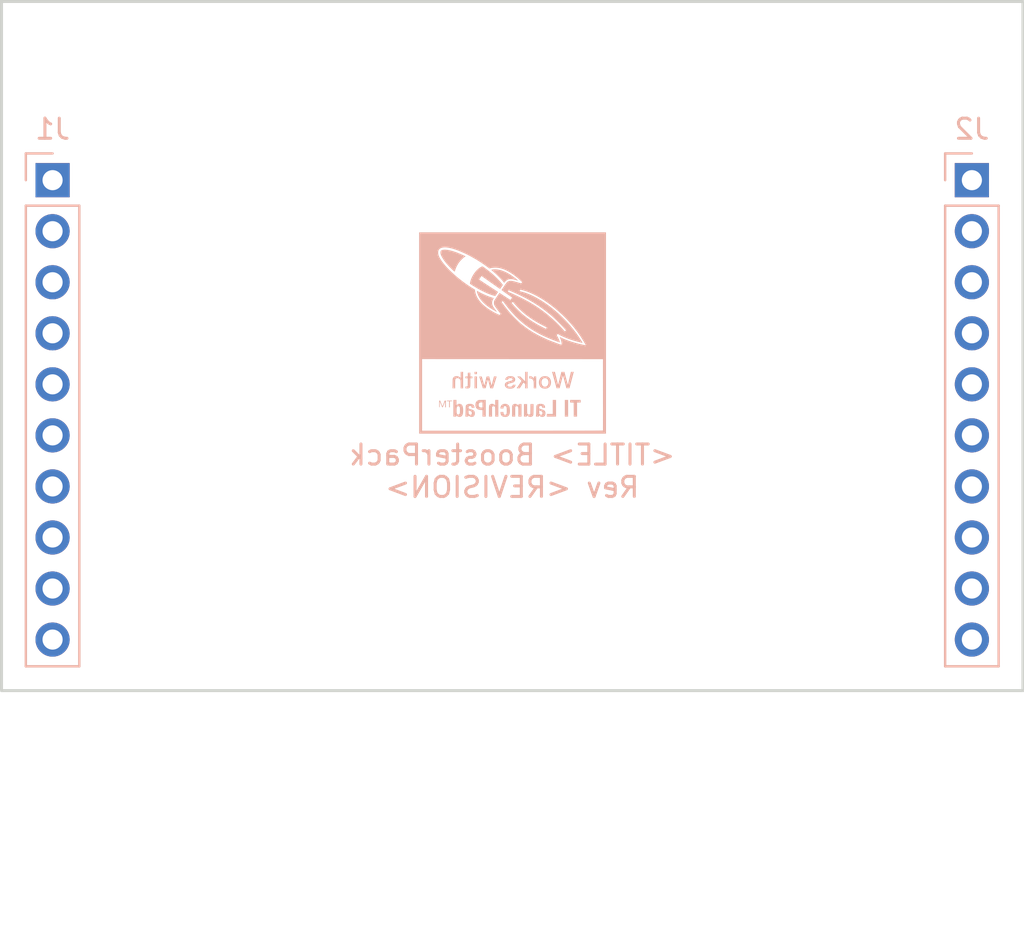
<source format=kicad_pcb>
(kicad_pcb (version 20221018) (generator pcbnew)
  (title_block (title "<TITLE>") (rev "<REVISION>"))
  (layers (0 "F.Cu" signal) (31 "B.Cu" signal) (34 "B.Paste" user) (35 "F.Paste" user) (36 "B.SilkS" user "B.Silkscreen") (37 "F.SilkS" user "F.Silkscreen") (38 "B.Mask" user) (39 "F.Mask" user) (44 "Edge.Cuts" user))
  (net 0 "")
  (net 1 "/D2{slash}A")
  (net 2 "/D3{slash}UART.RX")
  (net 3 "/D4{slash}UART.TX")
  (net 4 "/D5")
  (net 5 "/D6{slash}A")
  (net 6 "/D7{slash}SPI.CLK")
  (net 7 "/D8")
  (net 8 "/D9{slash}SCL")
  (net 9 "/D10{slash}SDA")
  (net 10 "+3V3")
  (net 11 "/*D19")
  (net 12 "/D18{slash}SPI.CS")
  (net 13 "/D17")
  (net 14 "/RST{slash}D16")
  (net 15 "/D15{slash}SPI.MOSI")
  (net 16 "/D14{slash}SPI.MISO")
  (net 17 "/D13{slash}SPI.CS")
  (net 18 "/D12{slash}SPI.CS")
  (net 19 "/D11")
  (net 20 "GND")
  (footprint "Connector_PinSocket_2.54mm:PinSocket_1x10_P2.54mm_Vertical" (layer "B.Cu") (at 102.54 74.6 180)
    (fp_text reference "J1" (at 0 2.54) (layer "B.SilkS") (effects (justify mirror)))
    (fp_text value "Conn_01x10" hide)
    (pad "1" thru_hole rect (at 0 0 180) (size 1.7 1.7) (drill 1) (layers "*.Cu" "*.Mask") (net 10 "+3V3"))
    (pad "2" thru_hole oval (at 0 -2.54 180) (size 1.7 1.7) (drill 1) (layers "*.Cu" "*.Mask") (net 1 "/D2{slash}A"))
    (pad "3" thru_hole oval (at 0 -5.08 180) (size 1.7 1.7) (drill 1) (layers "*.Cu" "*.Mask") (net 2 "/D3{slash}UART.RX"))
    (pad "4" thru_hole oval (at 0 -7.62 180) (size 1.7 1.7) (drill 1) (layers "*.Cu" "*.Mask") (net 3 "/D4{slash}UART.TX"))
    (pad "5" thru_hole oval (at 0 -10.16 180) (size 1.7 1.7) (drill 1) (layers "*.Cu" "*.Mask") (net 4 "/D5"))
    (pad "6" thru_hole oval (at 0 -12.7 180) (size 1.7 1.7) (drill 1) (layers "*.Cu" "*.Mask") (net 5 "/D6{slash}A"))
    (pad "7" thru_hole oval (at 0 -15.24 180) (size 1.7 1.7) (drill 1) (layers "*.Cu" "*.Mask") (net 6 "/D7{slash}SPI.CLK"))
    (pad "8" thru_hole oval (at 0 -17.78 180) (size 1.7 1.7) (drill 1) (layers "*.Cu" "*.Mask") (net 7 "/D8"))
    (pad "9" thru_hole oval (at 0 -20.32 180) (size 1.7 1.7) (drill 1) (layers "*.Cu" "*.Mask") (net 8 "/D9{slash}SCL"))
    (pad "10" thru_hole oval (at 0 -22.86 180) (size 1.7 1.7) (drill 1) (layers "*.Cu" "*.Mask") (net 9 "/D10{slash}SDA"))
  )
  (footprint "Connector_PinSocket_2.54mm:PinSocket_1x10_P2.54mm_Vertical" (layer "B.Cu") (at 148.26 74.6 180)
    (fp_text reference "J2" (at 0 2.54) (layer "B.SilkS") (effects (justify mirror)))
    (fp_text value "Conn_01x10" hide)
    (pad "1" thru_hole rect (at 0 0 180) (size 1.7 1.7) (drill 1) (layers "*.Cu" "*.Mask") (net 20 "GND"))
    (pad "2" thru_hole oval (at 0 -2.54 180) (size 1.7 1.7) (drill 1) (layers "*.Cu" "*.Mask") (net 11 "/*D19"))
    (pad "3" thru_hole oval (at 0 -5.08 180) (size 1.7 1.7) (drill 1) (layers "*.Cu" "*.Mask") (net 12 "/D18{slash}SPI.CS"))
    (pad "4" thru_hole oval (at 0 -7.62 180) (size 1.7 1.7) (drill 1) (layers "*.Cu" "*.Mask") (net 13 "/D17"))
    (pad "5" thru_hole oval (at 0 -10.16 180) (size 1.7 1.7) (drill 1) (layers "*.Cu" "*.Mask") (net 14 "/RST{slash}D16"))
    (pad "6" thru_hole oval (at 0 -12.7 180) (size 1.7 1.7) (drill 1) (layers "*.Cu" "*.Mask") (net 15 "/D15{slash}SPI.MOSI"))
    (pad "7" thru_hole oval (at 0 -15.24 180) (size 1.7 1.7) (drill 1) (layers "*.Cu" "*.Mask") (net 16 "/D14{slash}SPI.MISO"))
    (pad "8" thru_hole oval (at 0 -17.78 180) (size 1.7 1.7) (drill 1) (layers "*.Cu" "*.Mask") (net 17 "/D13{slash}SPI.CS"))
    (pad "9" thru_hole oval (at 0 -20.32 180) (size 1.7 1.7) (drill 1) (layers "*.Cu" "*.Mask") (net 18 "/D12{slash}SPI.CS"))
    (pad "10" thru_hole oval (at 0 -22.86 180) (size 1.7 1.7) (drill 1) (layers "*.Cu" "*.Mask") (net 19 "/D11"))
  )
  (footprint "LOGO" (layer "B.Cu") (at 125.4 82.22 180)
    (fp_text reference "G1" hide)
    (fp_text value "LaunchPad-Logo" hide)
  )
  (gr_rect (start 100 65.71) (end 150.8 100) (stroke (width 0.14986)) (fill none) (layer "Edge.Cuts"))
  (gr_text "${TITLE} BoosterPack\nRev ${REVISION}" (at 125.4 89.078) (layer "B.SilkS") (effects (font (size 1 1)) (justify mirror)))
)
</source>
